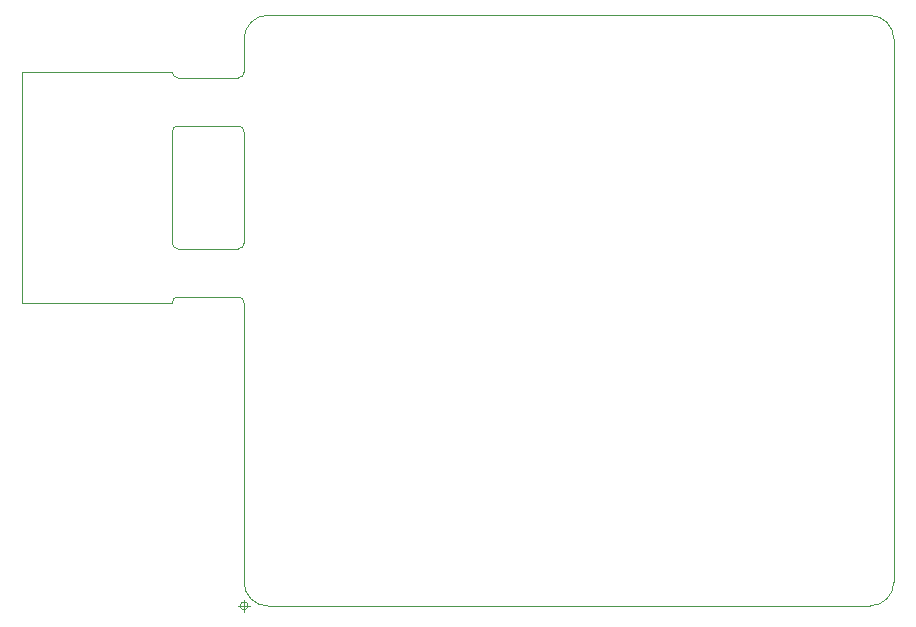
<source format=gbr>
G04 #@! TF.GenerationSoftware,KiCad,Pcbnew,(5.1.5)-3*
G04 #@! TF.CreationDate,2022-05-21T19:39:02+09:00*
G04 #@! TF.ProjectId,RP_MD,52505f4d-442e-46b6-9963-61645f706362,rev?*
G04 #@! TF.SameCoordinates,Original*
G04 #@! TF.FileFunction,Profile,NP*
%FSLAX46Y46*%
G04 Gerber Fmt 4.6, Leading zero omitted, Abs format (unit mm)*
G04 Created by KiCad (PCBNEW (5.1.5)-3) date 2022-05-21 19:39:02*
%MOMM*%
%LPD*%
G04 APERTURE LIST*
%ADD10C,0.050000*%
G04 APERTURE END LIST*
D10*
X90424000Y-74676000D02*
X103124000Y-74676000D01*
X109220000Y-55118000D02*
X109220000Y-52578000D01*
X103124000Y-74676000D02*
G75*
G02X103632000Y-74168000I508000J0D01*
G01*
X103632000Y-55626000D02*
G75*
G02X103124000Y-55118000I0J508000D01*
G01*
X103632000Y-74168000D02*
X108712000Y-74168000D01*
X103632000Y-55626000D02*
X108712000Y-55626000D01*
X108712000Y-74168000D02*
G75*
G02X109220000Y-74676000I0J-508000D01*
G01*
X109220000Y-52578000D02*
X109220000Y-52330000D01*
X109220000Y-55118000D02*
G75*
G02X108712000Y-55626000I-508000J0D01*
G01*
X103632000Y-59690000D02*
X108712000Y-59690000D01*
X103632000Y-70104000D02*
X108712000Y-70104000D01*
X109220000Y-69596000D02*
G75*
G02X108712000Y-70104000I-508000J0D01*
G01*
X103632000Y-70104000D02*
G75*
G02X103124000Y-69596000I0J508000D01*
G01*
X108712000Y-59690000D02*
G75*
G02X109220000Y-60198000I0J-508000D01*
G01*
X103124000Y-60198000D02*
G75*
G02X103632000Y-59690000I508000J0D01*
G01*
X109220000Y-98330000D02*
X109220000Y-74676000D01*
X109220000Y-60198000D02*
X109220000Y-69596000D01*
X103124000Y-69596000D02*
X103124000Y-60198000D01*
X90424000Y-55118000D02*
X90424000Y-74676000D01*
X103124000Y-55118000D02*
X90424000Y-55118000D01*
X111220000Y-100330000D02*
G75*
G02X109220000Y-98330000I0J2000000D01*
G01*
X164220000Y-98330000D02*
G75*
G02X162220000Y-100330000I-2000000J0D01*
G01*
X162220000Y-50330000D02*
G75*
G02X164220000Y-52330000I0J-2000000D01*
G01*
X109220000Y-52330000D02*
G75*
G02X111220000Y-50330000I2000000J0D01*
G01*
X109553333Y-100330000D02*
G75*
G03X109553333Y-100330000I-333333J0D01*
G01*
X108720000Y-100330000D02*
X109720000Y-100330000D01*
X109220000Y-99830000D02*
X109220000Y-100830000D01*
X111220000Y-50330000D02*
X162220000Y-50330000D01*
X162220000Y-100330000D02*
X111220000Y-100330000D01*
X164220000Y-52330000D02*
X164220000Y-98330000D01*
M02*

</source>
